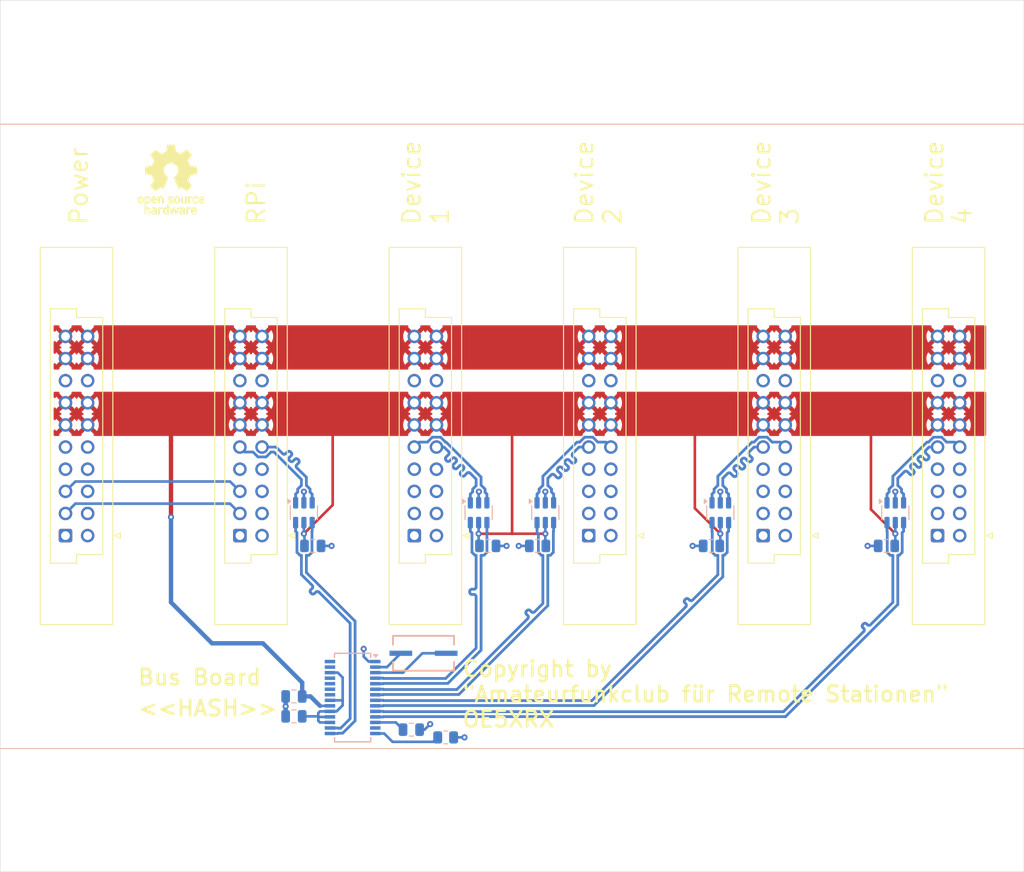
<source format=kicad_pcb>
(kicad_pcb (version 20241229) (generator "pcbnew") (generator_version "9.0")
  (layers (0 "F.Cu" signal) (4 "In1.Cu" power) (6 "In2.Cu" power) (2 "B.Cu" signal) (13 "F.Paste" user) (15 "B.Paste" user) (5 "F.SilkS" user "F.Silkscreen") (7 "B.SilkS" user "B.Silkscreen") (1 "F.Mask" user) (3 "B.Mask" user) (25 "Edge.Cuts" user))
  (net 0 "")
  (net 1 "GND")
  (net 2 "/VD33")
  (net 3 "/VD18")
  (net 4 "+5V")
  (net 6 "/I2C_SCL")
  (net 9 "+12V")
  (net 11 "/I2C_SDA")
  (net 18 "/USB1+")
  (net 23 "/USB1-")
  (net 28 "/USB2-")
  (net 32 "/USB2+")
  (net 36 "/USB3-")
  (net 38 "/USB3+")
  (net 42 "/USB4+")
  (net 46 "/USB4-")
  (net 50 "Net-(U102-REXT)")
  (net 55 "Net-(U102-XOUT)")
  (net 58 "Net-(U102-XIN)")
  (net 60 "/MASTER_USB-")
  (net 61 "/MASTER_USB+")
  (net 62 "/RPI Connector/NS_USB-")
  (net 63 "/RPI Connector/NS_USB+")
  (net 64 "/Device Connector 1/NS_USB+")
  (net 65 "/Device Connector 1/NS_USB-")
  (net 66 "/Device Connector 2/NS_USB-")
  (net 67 "/Device Connector 2/NS_USB+")
  (net 68 "/Device Connector 3/NS_USB-")
  (net 69 "/Device Connector 3/NS_USB+")
  (net 70 "/Device Connector 4/NS_USB+")
  (net 71 "/Device Connector 4/NS_USB-")
  (footprint "MountingHole:MountingHole_3.2mm_M3" (layer "F.Cu") (at 95.284 30.396)
    (property "Reference" "H102" (hide yes))
    (property "Value" "MountingHole" (hide yes))
  )
  (footprint "MountingHole:MountingHole_3.2mm_M3" (layer "F.Cu") (at 135.284 120.396)
    (property "Reference" "H112" (hide yes))
    (property "Value" "MountingHole" (hide yes))
  )
  (footprint "PRJ:PCN10-20P-2.54DSA" (layer "F.Cu") (at 115.284 86.826 180)
    (property "Reference" "J401" (hide yes))
    (property "Value" "Conn_02x10_Row_Letter_First" (hide yes))
  )
  (footprint "MountingHole:MountingHole_3.2mm_M3" (layer "F.Cu") (at 75.284 120.396)
    (property "Reference" "H109" (hide yes))
    (property "Value" "MountingHole" (hide yes))
  )
  (footprint "PRJ:PCN10-20P-2.54DSA" (layer "F.Cu") (at 175.284 86.826 180)
    (property "Reference" "J701" (hide yes))
    (property "Value" "Conn_02x10_Row_Letter_First" (hide yes))
  )
  (footprint "Symbol:OSHW-Logo_7.5x8mm_SilkScreen" (layer "F.Cu") (at 84.842 45.97)
    (property "Reference" "#SYM101" (hide yes))
    (property "Value" "OSHW-Logo_7.5x8mm_SilkScreen" (hide yes))
  )
  (footprint "PRJ:PCN10-20P-2.54DSA" (layer "F.Cu") (at 95.284 86.826 180)
    (property "Reference" "J201" (hide yes))
    (property "Value" "Conn_02x10_Row_Letter_First" (hide yes))
  )
  (footprint "MountingHole:MountingHole_3.2mm_M3" (layer "F.Cu") (at 115.284 120.396)
    (property "Reference" "H111" (hide yes))
    (property "Value" "MountingHole" (hide yes))
  )
  (footprint "PRJ:PCN10-20P-2.54DSA" (layer "F.Cu") (at 75.284 86.826 180)
    (property "Reference" "J301" (hide yes))
    (property "Value" "Conn_02x10_Row_Letter_First" (hide yes))
  )
  (footprint "MountingHole:MountingHole_3.2mm_M3" (layer "F.Cu") (at 175.284 120.396)
    (property "Reference" "H108" (hide yes))
    (property "Value" "MountingHole" (hide yes))
  )
  (footprint "PRJ:PCN10-20P-2.54DSA" (layer "F.Cu") (at 155.284 86.826 180)
    (property "Reference" "J601" (hide yes))
    (property "Value" "Conn_02x10_Row_Letter_First" (hide yes))
  )
  (footprint "MountingHole:MountingHole_3.2mm_M3" (layer "F.Cu") (at 75.284 30.396)
    (property "Reference" "H101" (hide yes))
    (property "Value" "MountingHole" (hide yes))
  )
  (footprint "PRJ:PCN10-20P-2.54DSA" (layer "F.Cu") (at 135.284 86.826 180)
    (property "Reference" "J501" (hide yes))
    (property "Value" "Conn_02x10_Row_Letter_First" (hide yes))
  )
  (footprint "MountingHole:MountingHole_3.2mm_M3" (layer "F.Cu") (at 115.284 30.396)
    (property "Reference" "H103" (hide yes))
    (property "Value" "MountingHole" (hide yes))
  )
  (footprint "MountingHole:MountingHole_3.2mm_M3" (layer "F.Cu") (at 95.284 120.396)
    (property "Reference" "H110" (hide yes))
    (property "Value" "MountingHole" (hide yes))
  )
  (footprint "MountingHole:MountingHole_3.2mm_M3" (layer "F.Cu") (at 155.284 120.396)
    (property "Reference" "H107" (hide yes))
    (property "Value" "MountingHole" (hide yes))
  )
  (footprint "MountingHole:MountingHole_3.2mm_M3" (layer "F.Cu") (at 175.284 30.396)
    (property "Reference" "H106" (hide yes))
    (property "Value" "MountingHole" (hide yes))
  )
  (footprint "MountingHole:MountingHole_3.2mm_M3" (layer "F.Cu") (at 155.284 30.396)
    (property "Reference" "H105" (hide yes))
    (property "Value" "MountingHole" (hide yes))
  )
  (footprint "MountingHole:MountingHole_3.2mm_M3" (layer "F.Cu") (at 135.284 30.396)
    (property "Reference" "H104" (hide yes))
    (property "Value" "MountingHole" (hide yes))
  )
  (footprint "Capacitor_SMD:C_0805_2012Metric" (layer "B.Cu") (at 98.939 107.565 180)
    (property "Reference" "C101" (hide yes))
    (property "Value" "10uF" (hide yes))
  )
  (footprint "Capacitor_SMD:C_0805_2012Metric" (layer "B.Cu") (at 146.818 88.007 180)
    (property "Reference" "C107" (hide yes))
    (property "Value" "100nF" (hide yes))
  )
  (footprint "Package_TO_SOT_SMD:SOT-23-6" (layer "B.Cu") (at 127.768 84.197 -90)
    (property "Reference" "U104" (hide yes))
    (property "Value" "USBLC6-2SC6" (hide yes))
  )
  (footprint "Package_TO_SOT_SMD:SOT-23-6" (layer "B.Cu") (at 120.1185 84.197 -90)
    (property "Reference" "U103" (hide yes))
    (property "Value" "USBLC6-2SC6" (hide yes))
  )
  (footprint "PRJ:M49S-SMD" (layer "B.Cu") (at 113.798 100.326 180)
    (property "Reference" "Y101" (hide yes))
    (property "Value" "12MHz" (hide yes))
  )
  (footprint "Capacitor_SMD:C_0805_2012Metric" (layer "B.Cu") (at 101.098 88.007)
    (property "Reference" "C104" (hide yes))
    (property "Value" "100nF" (hide yes))
  )
  (footprint "Capacitor_SMD:C_0805_2012Metric" (layer "B.Cu") (at 166.884 88.007 180)
    (property "Reference" "C108" (hide yes))
    (property "Value" "100nF" (hide yes))
  )
  (footprint "Capacitor_SMD:C_0805_2012Metric" (layer "B.Cu") (at 126.879 88.007 180)
    (property "Reference" "C106" (hide yes))
    (property "Value" "100nF" (hide yes))
  )
  (footprint "Package_TO_SOT_SMD:SOT-23-6" (layer "B.Cu") (at 100.082 84.197 -90)
    (property "Reference" "U101" (hide yes))
    (property "Value" "USBLC6-2SC6" (hide yes))
  )
  (footprint "Package_TO_SOT_SMD:SOT-23-6" (layer "B.Cu") (at 147.834 84.197 -90)
    (property "Reference" "U105" (hide yes))
    (property "Value" "USBLC6-2SC6" (hide yes))
  )
  (footprint "Package_SO:SSOP-28_3.9x9.9mm_P0.635mm" (layer "B.Cu") (at 105.67 105.406 180)
    (property "Reference" "U102" (hide yes))
    (property "Value" "FE1.1s" (hide yes))
  )
  (footprint "Capacitor_SMD:C_0805_2012Metric" (layer "B.Cu") (at 98.939 105.279 180)
    (property "Reference" "C103" (hide yes))
    (property "Value" "100nF" (hide yes))
  )
  (footprint "Capacitor_SMD:C_0805_2012Metric" (layer "B.Cu") (at 121.164 88.007)
    (property "Reference" "C105" (hide yes))
    (property "Value" "100nF" (hide yes))
  )
  (footprint "Capacitor_SMD:C_0805_2012Metric" (layer "B.Cu") (at 112.401 109.089)
    (property "Reference" "C102" (hide yes))
    (property "Value" "10uF" (hide yes))
  )
  (footprint "Package_TO_SOT_SMD:SOT-23-6" (layer "B.Cu") (at 167.9 84.197 -90)
    (property "Reference" "U106" (hide yes))
    (property "Value" "USBLC6-2SC6" (hide yes))
  )
  (footprint "Resistor_SMD:R_0805_2012Metric" (layer "B.Cu") (at 116.338 109.978)
    (property "Reference" "R103" (hide yes))
    (property "Value" "2k7" (hide yes))
  )
  (gr_line (start 65.284 39.62) (end 182.632 39.62) (stroke (width 0.1)) (layer "F.SilkS"))
  (gr_line (start 65.284 111.248) (end 182.632 111.248) (stroke (width 0.1)) (layer "F.SilkS"))
  (gr_line (start 65.284 111.248) (end 182.632 111.248) (stroke (width 0.1)) (layer "B.SilkS"))
  (gr_line (start 65.284 39.62) (end 182.632 39.62) (stroke (width 0.1)) (layer "B.SilkS"))
  (gr_rect (start 65.284 25.396) (end 182.65 125.396) (stroke (width 0.05)) (fill no) (layer "Edge.Cuts"))
  (gr_text "RPi" (at 95.764 51.304 90) (layer "F.SilkS") (effects (font (size 2 2) (thickness 0.25)) (justify left bottom)))
  (gr_text "<<HASH>>" (at 80.905 107.692 0) (layer "F.SilkS") (effects (font (size 1.8 1.8) (thickness 0.3) (bold yes)) (justify left bottom)))
  (gr_text "Device\n3" (at 154.184 51.304 90) (layer "F.SilkS") (effects (font (size 2 2) (thickness 0.25)) (justify left)))
  (gr_text "Copyright by\n{dblquote}Amateurfunkclub für Remote Stationen{dblquote}\nOE5XRX" (at 118.116 108.962 0) (layer "F.SilkS") (effects (font (size 1.8 1.8) (thickness 0.3) (bold yes)) (justify left bottom)))
  (gr_text "Power" (at 75.444 51.304 90) (layer "F.SilkS") (effects (font (size 2 2) (thickness 0.25)) (justify left bottom)))
  (gr_text "Device\n2" (at 133.864 51.304 90) (layer "F.SilkS") (effects (font (size 2 2) (thickness 0.25)) (justify left)))
  (gr_text "Device\n1" (at 114.052 51.304 90) (layer "F.SilkS") (effects (font (size 2 2) (thickness 0.25)) (justify left)))
  (gr_text "Device\n4" (at 173.996 51.304 90) (layer "F.SilkS") (effects (font (size 2 2) (thickness 0.25)) (justify left)))
  (gr_text "Bus Board" (at 80.905 104.136 0) (layer "F.SilkS") (effects (font (size 1.8 1.8) (thickness 0.3) (bold yes)) (justify left bottom)))
  (via (at 103.257 88.007) (size 0.7) (drill 0.3) (layers "F.Cu" "B.Cu") (net 1))
  (via (at 120.148 81.784) (size 0.7) (drill 0.3) (layers "F.Cu" "B.Cu") (net 1))
  (via (at 100.082 81.784) (size 0.7) (drill 0.3) (layers "F.Cu" "B.Cu") (net 1))
  (via (at 164.725 88.007) (size 0.7) (drill 0.3) (layers "F.Cu" "B.Cu") (net 1))
  (via (at 147.834 81.784) (size 0.7) (drill 0.3) (layers "F.Cu" "B.Cu") (net 1))
  (via (at 127.768 81.784) (size 0.7) (drill 0.3) (layers "F.Cu" "B.Cu") (net 1))
  (via (at 124.72 88.007) (size 0.7) (drill 0.3) (layers "F.Cu" "B.Cu") (net 1))
  (via (at 144.659 88.007) (size 0.7) (drill 0.3) (layers "F.Cu" "B.Cu") (net 1))
  (via (at 106.94 99.818) (size 0.7) (drill 0.3) (layers "F.Cu" "B.Cu") (net 1))
  (via (at 123.323 88.007) (size 0.7) (drill 0.3) (layers "F.Cu" "B.Cu") (net 1))
  (via (at 167.9 81.784) (size 0.7) (drill 0.3) (layers "F.Cu" "B.Cu") (net 1))
  (via (at 114.56 108.454) (size 0.7) (drill 0.3) (layers "F.Cu" "B.Cu") (net 1))
  (via (at 97.989 106.422) (size 0.7) (drill 0.3) (layers "F.Cu" "B.Cu") (net 1))
  (via (at 118.497 109.978) (size 0.7) (drill 0.3) (layers "F.Cu" "B.Cu") (net 1))
  (segment (start 127.768 83.0595) (end 127.768 81.784) (width 0.3) (layer "B.Cu") (net 1))
  (segment (start 113.925 109.089) (end 114.56 108.454) (width 0.3) (layer "B.Cu") (net 1))
  (segment (start 167.9 83.0595) (end 167.9 81.784) (width 0.3) (layer "B.Cu") (net 1))
  (segment (start 165.934 88.007) (end 164.725 88.007) (width 0.3) (layer "B.Cu") (net 1))
  (segment (start 100.082 83.0595) (end 100.082 81.784) (width 0.3) (layer "B.Cu") (net 1))
  (segment (start 113.351 109.089) (end 113.925 109.089) (width 0.3) (layer "B.Cu") (net 1))
  (segment (start 102.048 88.007) (end 103.257 88.007) (width 0.3) (layer "B.Cu") (net 1))
  (segment (start 147.834 83.0595) (end 147.834 81.784) (width 0.3) (layer "B.Cu") (net 1))
  (segment (start 122.114 88.007) (end 123.323 88.007) (width 0.3) (layer "B.Cu") (net 1))
  (segment (start 120.1185 83.0595) (end 120.1185 81.8135) (width 0.3) (layer "B.Cu") (net 1))
  (segment (start 106.94 100.707) (end 106.94 99.818) (width 0.3) (layer "B.Cu") (net 1))
  (segment (start 107.194 100.961) (end 106.94 100.707) (width 0.3) (layer "B.Cu") (net 1))
  (segment (start 120.1185 81.8135) (end 120.148 81.784) (width 0.3) (layer "B.Cu") (net 1))
  (segment (start 145.868 88.007) (end 144.659 88.007) (width 0.3) (layer "B.Cu") (net 1))
  (segment (start 125.929 88.007) (end 124.72 88.007) (width 0.3) (layer "B.Cu") (net 1))
  (segment (start 107.5115 101.2785) (end 107.194 100.961) (width 0.3) (layer "B.Cu") (net 1))
  (segment (start 117.2505 109.978) (end 118.497 109.978) (width 0.3) (layer "B.Cu") (net 1))
  (segment (start 108.27 101.2785) (end 107.5115 101.2785) (width 0.3) (layer "B.Cu") (net 1))
  (segment (start 97.989 107.565) (end 97.989 105.279) (width 0.5) (layer "B.Cu") (net 1))
  (segment (start 101.7965 107.6285) (end 101.733 107.565) (width 0.3) (layer "B.Cu") (net 2))
  (segment (start 103.07 106.9935) (end 101.9235 106.9935) (width 0.3) (layer "B.Cu") (net 2))
  (segment (start 101.733 107.565) (end 99.889 107.565) (width 0.3) (layer "B.Cu") (net 2))
  (segment (start 104.4635 105.7235) (end 104.527 105.787) (width 0.3) (layer "B.Cu") (net 2))
  (segment (start 101.9235 106.9935) (end 101.733 107.184) (width 0.3) (layer "B.Cu") (net 2))
  (segment (start 104.527 105.787) (end 104.527 106.295) (width 0.3) (layer "B.Cu") (net 2))
  (segment (start 101.9235 108.2635) (end 101.733 108.073) (width 0.3) (layer "B.Cu") (net 2))
  (segment (start 104.527 106.295) (end 103.8285 106.9935) (width 0.3) (layer "B.Cu") (net 2))
  (segment (start 103.8285 106.9935) (end 103.07 106.9935) (width 0.3) (layer "B.Cu") (net 2))
  (segment (start 103.07 105.7235) (end 104.4635 105.7235) (width 0.3) (layer "B.Cu") (net 2))
  (segment (start 103.97 102.5485) (end 104.527 103.1055) (width 0.3) (layer "B.Cu") (net 2))
  (segment (start 103.07 108.2635) (end 101.9235 108.2635) (width 0.3) (layer "B.Cu") (net 2))
  (segment (start 101.733 108.073) (end 101.733 107.565) (width 0.3) (layer "B.Cu") (net 2))
  (segment (start 103.07 107.6285) (end 101.7965 107.6285) (width 0.3) (layer "B.Cu") (net 2))
  (segment (start 104.527 103.1055) (end 104.527 105.787) (width 0.3) (layer "B.Cu") (net 2))
  (segment (start 103.07 102.5485) (end 103.97 102.5485) (width 0.3) (layer "B.Cu") (net 2))
  (segment (start 101.733 107.184) (end 101.733 107.565) (width 0.3) (layer "B.Cu") (net 2))
  (segment (start 110.6255 108.2635) (end 111.451 109.089) (width 0.3) (layer "B.Cu") (net 3))
  (segment (start 108.27 108.2635) (end 110.6255 108.2635) (width 0.3) (layer "B.Cu") (net 3))
  (segment (start 103.384 83.308) (end 103.384 74.672) (width 0.3) (layer "F.Cu") (net 4))
  (segment (start 147.834 86.61) (end 144.913 83.689) (width 0.3) (layer "F.Cu") (net 4))
  (segment (start 127.768 86.61) (end 123.958 86.61) (width 0.3) (layer "F.Cu") (net 4))
  (segment (start 165.106 83.816) (end 165.106 74.926) (width 0.3) (layer "F.Cu") (net 4))
  (segment (start 123.958 86.61) (end 120.1185 86.61) (width 0.3) (layer "F.Cu") (net 4))
  (segment (start 144.913 83.689) (end 144.913 74.799) (width 0.3) (layer "F.Cu") (net 4))
  (segment (start 167.9 86.61) (end 165.106 83.816) (width 0.3) (layer "F.Cu") (net 4))
  (segment (start 100.082 86.61) (end 103.384 83.308) (width 0.3) (layer "F.Cu") (net 4))
  (segment (start 84.842 84.705) (end 84.842 75.942) (width 0.5) (layer "F.Cu") (net 4))
  (segment (start 84.842 75.942) (end 84.842 74.164) (width 0.5) (layer "F.Cu") (net 4))
  (segment (start 123.958 86.61) (end 123.958 74.926) (width 0.3) (layer "F.Cu") (net 4))
  (via (at 84.842 84.705) (size 0.7) (drill 0.3) (layers "F.Cu" "B.Cu") (net 4))
  (via (at 127.768 86.61) (size 0.7) (drill 0.3) (layers "F.Cu" "B.Cu") (net 4))
  (via (at 167.9 86.61) (size 0.7) (drill 0.3) (layers "F.Cu" "B.Cu") (net 4))
  (via (at 100.082 86.61) (size 0.7) (drill 0.3) (layers "F.Cu" "B.Cu") (net 4))
  (via (at 147.834 86.61) (size 0.7) (drill 0.3) (layers "F.Cu" "B.Cu") (net 4))
  (via (at 120.1185 86.61) (size 0.7) (drill 0.3) (layers "F.Cu" "B.Cu") (net 4))
  (segment (start 95.383 99.183) (end 99.889 103.689) (width 0.5) (layer "B.Cu") (net 4))
  (segment (start 120.1185 85.3345) (end 120.1185 86.61) (width 0.3) (layer "B.Cu") (net 4))
  (segment (start 127.768 86.61) (end 127.768 87.946) (width 0.3) (layer "B.Cu") (net 4))
  (segment (start 147.834 85.3345) (end 147.834 86.61) (width 0.3) (layer "B.Cu") (net 4))
  (segment (start 147.834 86.61) (end 147.834 87.941) (width 0.3) (layer "B.Cu") (net 4))
  (segment (start 147.834 87.941) (end 147.768 88.007) (width 0.3) (layer "B.Cu") (net 4))
  (segment (start 103.07 106.3585) (end 101.9235 106.3585) (width 0.3) (layer "B.Cu") (net 4))
  (segment (start 100.082 88.068) (end 100.148 88.134) (width 0.3) (layer "B.Cu") (net 4))
  (segment (start 100.148 86.676) (end 100.082 86.61) (width 0.3) (layer "B.Cu") (net 4))
  (segment (start 84.842 84.705) (end 84.842 94.484) (width 0.5) (layer "B.Cu") (net 4))
  (segment (start 99.889 103.689) (end 99.889 105.279) (width 0.5) (layer "B.Cu") (net 4))
  (segment (start 127.768 85.3345) (end 127.768 86.61) (width 0.3) (layer "B.Cu") (net 4))
  (segment (start 120.1185 86.61) (end 120.1185 87.9115) (width 0.3) (layer "B.Cu") (net 4))
  (segment (start 120.1185 87.9115) (end 120.214 88.007) (width 0.3) (layer "B.Cu") (net 4))
  (segment (start 101.9235 106.3585) (end 100.844 105.279) (width 0.5) (layer "B.Cu") (net 4))
  (segment (start 167.9 87.941) (end 167.834 88.007) (width 0.3) (layer "B.Cu") (net 4))
  (segment (start 84.842 94.484) (end 89.541 99.183) (width 0.5) (layer "B.Cu") (net 4))
  (segment (start 100.844 105.279) (end 99.889 105.279) (width 0.5) (layer "B.Cu") (net 4))
  (segment (start 127.768 87.946) (end 127.829 88.007) (width 0.3) (layer "B.Cu") (net 4))
  (segment (start 167.9 86.61) (end 167.9 87.941) (width 0.3) (layer "B.Cu") (net 4))
  (segment (start 167.9 85.3345) (end 167.9 86.61) (width 0.3) (layer "B.Cu") (net 4))
  (segment (start 89.541 99.183) (end 95.383 99.183) (width 0.5) (layer "B.Cu") (net 4))
  (segment (start 100.082 85.3345) (end 100.082 86.61) (width 0.3) (layer "B.Cu") (net 4))
  (segment (start 100.148 88.007) (end 100.148 86.676) (width 0.3) (layer "B.Cu") (net 4))
  (segment (start 73.87 83.16) (end 91.618 83.16) (width 0.3) (layer "B.Cu") (net 6))
  (segment (start 72.744 84.286) (end 73.87 83.16) (width 0.3) (layer "B.Cu") (net 6))
  (segment (start 91.618 83.16) (end 92.744 84.286) (width 0.3) (layer "B.Cu") (net 6))
  (segment (start 72.744 81.746) (end 73.87 80.62) (width 0.3) (layer "B.Cu") (net 11))
  (segment (start 73.87 80.62) (end 91.618 80.62) (width 0.3) (layer "B.Cu") (net 11))
  (segment (start 91.618 80.62) (end 92.744 81.746) (width 0.3) (layer "B.Cu") (net 11))
  (segment (start 109.170001 103.8185) (end 108.27 103.8185) (width 0.315468) (layer "B.Cu") (net 18))
  (segment (start 109.202767 103.785734) (end 109.170001 103.8185) (width 0.315468) (layer "B.Cu") (net 18))
  (segment (start 120.723072 89.090734) (end 120.403234 89.090734) (width 0.315468) (layer "B.Cu") (net 18))
  (segment (start 121.072734 86.332485) (end 121.072734 88.741072) (width 0.315468) (layer "B.Cu") (net 18))
  (segment (start 116.582942 103.785734) (end 109.202767 103.785734) (width 0.315468) (layer "B.Cu") (net 18))
  (segment (start 121.0685 85.3345) (end 121.0685 86.328251) (width 0.315468) (layer "B.Cu") (net 18))
  (segment (start 120.403234 99.965442) (end 116.582942 103.785734) (width 0.315468) (layer "B.Cu") (net 18))
  (segment (start 121.0685 86.328251) (end 121.072734 86.332485) (width 0.315468) (layer "B.Cu") (net 18))
  (segment (start 120.403234 89.090734) (end 120.403234 99.965442) (width 0.315468) (layer "B.Cu") (net 18))
  (segment (start 121.072734 88.741072) (end 120.723072 89.090734) (width 0.315468) (layer "B.Cu") (net 18))
  (segment (start 119.1685 85.3345) (end 119.1685 86.328251) (width 0.315468) (layer "B.Cu") (net 23))
  (segment (start 119.1685 86.328251) (end 119.355266 86.515017) (width 0.315468) (layer "B.Cu") (net 23))
  (segment (start 119.355266 86.515017) (end 119.355266 88.741072) (width 0.315468) (layer "B.Cu") (net 23))
  (segment (start 109.202767 103.216266) (end 109.170001 103.1835) (width 0.315468) (layer "B.Cu") (net 23))
  (segment (start 119.833766 93.938275) (end 119.833766 94.96813) (width 0.315468) (layer "B.Cu") (net 23))
  (segment (start 109.170001 103.1835) (end 108.27 103.1835) (width 0.315468) (layer "B.Cu") (net 23))
  (segment (start 119.355266 88.741072) (end 119.704928 89.090734) (width 0.315468) (layer "B.Cu") (net 23))
  (segment (start 116.347058 103.216266) (end 109.202767 103.216266) (width 0.315468) (layer "B.Cu") (net 23))
  (segment (start 119.338342 93.578275) (end 119.593766 93.578275) (width 0.315468) (layer "B.Cu") (net 23))
  (segment (start 119.593766 92.978275) (end 119.338342 92.978275) (width 0.315468) (layer "B.Cu") (net 23))
  (segment (start 119.833766 93.818275) (end 119.833766 93.938275) (width 0.315468) (layer "B.Cu") (net 23))
  (segment (start 119.833766 94.96813) (end 119.833766 99.729558) (width 0.315468) (layer "B.Cu") (net 23))
  (segment (start 119.833766 89.090734) (end 119.833766 92.738275) (width 0.315468) (layer "B.Cu") (net 23))
  (segment (start 119.704928 89.090734) (end 119.833766 89.090734) (width 0.315468) (layer "B.Cu") (net 23))
  (segment (start 119.098342 93.218275) (end 119.098342 93.338275) (width 0.315468) (layer "B.Cu") (net 23))
  (segment (start 119.833766 99.729558) (end 116.347058 103.216266) (width 0.315468) (layer "B.Cu") (net 23))
  (arc (start 119.593766 93.578275) (mid 119.763472 93.648569) (end 119.833766 93.818275) (width 0.315468) (layer "B.Cu") (net 23))
  (arc (start 119.833766 92.738275) (mid 119.763472 92.907981) (end 119.593766 92.978275) (width 0.315468) (layer "B.Cu") (net 23))
  (arc (start 119.338342 92.978275) (mid 119.168636 93.048569) (end 119.098342 93.218275) (width 0.315468) (layer "B.Cu") (net 23))
  (arc (start 119.098342 93.338275) (mid 119.168636 93.507981) (end 119.338342 93.578275) (width 0.315468) (layer "B.Cu") (net 23))
  (segment (start 109.202767 104.486266) (end 109.170001 104.4535) (width 0.315468) (layer "B.Cu") (net 28))
  (segment (start 125.595043 95.838607) (end 125.760173 96.003737) (width 0.315468) (layer "B.Cu") (net 28))
  (segment (start 117.617058 104.486266) (end 109.202767 104.486266) (width 0.315468) (layer "B.Cu") (net 28))
  (segment (start 126.818 86.542662) (end 126.970266 86.694928) (width 0.315468) (layer "B.Cu") (net 28))
  (segment (start 125.679896 95.414343) (end 125.595043 95.499195) (width 0.315468) (layer "B.Cu") (net 28))
  (segment (start 127.483266 94.620058) (end 126.52385 95.579474) (width 0.315468) (layer "B.Cu") (net 28))
  (segment (start 126.184438 95.579474) (end 126.019307 95.414343) (width 0.315468) (layer "B.Cu") (net 28))
  (segment (start 126.970266 88.741072) (end 127.319928 89.090734) (width 0.315468) (layer "B.Cu") (net 28))
  (segment (start 109.170001 104.4535) (end 108.27 104.4535) (width 0.315468) (layer "B.Cu") (net 28))
  (segment (start 125.675321 96.428002) (end 124.333814 97.76951) (width 0.315468) (layer "B.Cu") (net 28))
  (segment (start 127.319928 89.090734) (end 127.483266 89.090734) (width 0.315468) (layer "B.Cu") (net 28))
  (segment (start 125.760173 96.343148) (end 125.675321 96.428002) (width 0.315468) (layer "B.Cu") (net 28))
  (segment (start 126.970266 86.694928) (end 126.970266 88.741072) (width 0.315468) (layer "B.Cu") (net 28))
  (segment (start 124.333814 97.76951) (end 117.617058 104.486266) (width 0.315468) (layer "B.Cu") (net 28))
  (segment (start 127.483266 89.090734) (end 127.483266 94.620058) (width 0.315468) (layer "B.Cu") (net 28))
  (segment (start 126.818 85.3345) (end 126.818 86.542662) (width 0.315468) (layer "B.Cu") (net 28))
  (arc (start 126.019307 95.414343) (mid 125.849602 95.344048) (end 125.679896 95.414343) (width 0.315468) (layer "B.Cu") (net 28))
  (arc (start 125.595043 95.499195) (mid 125.524748 95.668901) (end 125.595043 95.838607) (width 0.315468) (layer "B.Cu") (net 28))
  (arc (start 126.52385 95.579474) (mid 126.354144 95.649769) (end 126.184438 95.579474) (width 0.315468) (layer "B.Cu") (net 28))
  (arc (start 125.760173 96.003737) (mid 125.830467 96.173443) (end 125.760173 96.343148) (width 0.315468) (layer "B.Cu") (net 28))
  (segment (start 117.852942 105.055734) (end 109.202767 105.055734) (width 0.315468) (layer "B.Cu") (net 32))
  (segment (start 128.718 85.3345) (end 128.718 86.328251) (width 0.315468) (layer "B.Cu") (net 32))
  (segment (start 128.052734 89.090734) (end 128.052734 94.855942) (width 0.315468) (layer "B.Cu") (net 32))
  (segment (start 128.052734 94.855942) (end 117.852942 105.055734) (width 0.315468) (layer "B.Cu") (net 32))
  (segment (start 128.687734 88.741072) (end 128.338072 89.090734) (width 0.315468) (layer "B.Cu") (net 32))
  (segment (start 128.338072 89.090734) (end 128.052734 89.090734) (width 0.315468) (layer "B.Cu") (net 32))
  (segment (start 128.687734 86.358517) (end 128.687734 88.741072) (width 0.315468) (layer "B.Cu") (net 32))
  (segment (start 128.718 86.328251) (end 128.687734 86.358517) (width 0.315468) (layer "B.Cu") (net 32))
  (segment (start 109.170001 105.0885) (end 108.27 105.0885) (width 0.315468) (layer "B.Cu") (net 32))
  (segment (start 109.202767 105.055734) (end 109.170001 105.0885) (width 0.315468) (layer "B.Cu") (net 32))
  (segment (start 143.766657 94.536239) (end 143.879164 94.648746) (width 0.315468) (layer "B.Cu") (net 36))
  (segment (start 147.258928 89.090734) (end 147.549266 89.090734) (width 0.315468) (layer "B.Cu") (net 36))
  (segment (start 146.884 86.328251) (end 146.909266 86.353517) (width 0.315468) (layer "B.Cu") (net 36))
  (segment (start 144.303429 94.224483) (end 144.190921 94.111975) (width 0.315468) (layer "B.Cu") (net 36))
  (segment (start 133.111058 105.756266) (end 109.202767 105.756266) (width 0.315468) (layer "B.Cu") (net 36))
  (segment (start 146.884 85.3345) (end 146.884 86.328251) (width 0.315468) (layer "B.Cu") (net 36))
  (segment (start 143.879164 94.988157) (end 143.794312 95.073011) (width 0.315468) (layer "B.Cu") (net 36))
  (segment (start 147.549266 91.318058) (end 144.642841 94.224483) (width 0.315468) (layer "B.Cu") (net 36))
  (segment (start 146.909266 88.741072) (end 147.258928 89.090734) (width 0.315468) (layer "B.Cu") (net 36))
  (segment (start 142.248375 96.618949) (end 133.111058 105.756266) (width 0.315468) (layer "B.Cu") (net 36))
  (segment (start 109.170001 105.7235) (end 108.27 105.7235) (width 0.315468) (layer "B.Cu") (net 36))
  (segment (start 146.909266 86.353517) (end 146.909266 88.741072) (width 0.315468) (layer "B.Cu") (net 36))
  (segment (start 143.85151 94.111975) (end 143.766657 94.196827) (width 0.315468) (layer "B.Cu") (net 36))
  (segment (start 143.794312 95.073011) (end 142.248375 96.618949) (width 0.315468) (layer "B.Cu") (net 36))
  (segment (start 147.549266 89.090734) (end 147.549266 91.318058) (width 0.315468) (layer "B.Cu") (net 36))
  (segment (start 109.202767 105.756266) (end 109.170001 105.7235) (width 0.315468) (layer "B.Cu") (net 36))
  (arc (start 144.190921 94.111975) (mid 144.021216 94.04168) (end 143.85151 94.111975) (width 0.315468) (layer "B.Cu") (net 36))
  (arc (start 144.642841 94.224483) (mid 144.473135 94.294778) (end 144.303429 94.224483) (width 0.315468) (layer "B.Cu") (net 36))
  (arc (start 143.766657 94.196827) (mid 143.696362 94.366533) (end 143.766657 94.536239) (width 0.315468) (layer "B.Cu") (net 36))
  (arc (start 143.879164 94.648746) (mid 143.949458 94.818452) (end 143.879164 94.988157) (width 0.315468) (layer "B.Cu") (net 36))
  (segment (start 148.277072 89.090734) (end 148.118734 89.090734) (width 0.315468) (layer "B.Cu") (net 38))
  (segment (start 109.202767 106.325734) (end 109.170001 106.3585) (width 0.315468) (layer "B.Cu") (net 38))
  (segment (start 109.170001 106.3585) (end 108.27 106.3585) (width 0.315468) (layer "B.Cu") (net 38))
  (segment (start 148.784 86.328251) (end 148.626734 86.485517) (width 0.315468) (layer "B.Cu") (net 38))
  (segment (start 148.626734 86.485517) (end 148.626734 88.741072) (width 0.315468) (layer "B.Cu") (net 38))
  (segment (start 148.118734 89.090734) (end 148.118734 91.553942) (width 0.315468) (layer "B.Cu") (net 38))
  (segment (start 133.346942 106.325734) (end 109.202767 106.325734) (width 0.315468) (layer "B.Cu") (net 38))
  (segment (start 148.118734 91.553942) (end 133.346942 106.325734) (width 0.315468) (layer "B.Cu") (net 38))
  (segment (start 148.626734 88.741072) (end 148.277072 89.090734) (width 0.315468) (layer "B.Cu") (net 38))
  (segment (start 148.784 85.3345) (end 148.784 86.328251) (width 0.315468) (layer "B.Cu") (net 38))
  (segment (start 168.184734 94.728942) (end 155.317942 107.595734) (width 0.315468) (layer "B.Cu") (net 42))
  (segment (start 168.184734 89.090734) (end 168.184734 94.728942) (width 0.315468) (layer "B.Cu") (net 42))
  (segment (start 168.343072 89.090734) (end 168.184734 89.090734) (width 0.315468) (layer "B.Cu") (net 42))
  (segment (start 168.85 85.3345) (end 168.85 86.328251) (width 0.315468) (layer "B.Cu") (net 42))
  (segment (start 168.692734 86.485517) (end 168.692734 88.741072) (width 0.315468) (layer "B.Cu") (net 42))
  (segment (start 168.85 86.328251) (end 168.692734 86.485517) (width 0.315468) (layer "B.Cu") (net 42))
  (segment (start 155.317942 107.595734) (end 109.202767 107.595734) (width 0.315468) (layer "B.Cu") (net 42))
  (segment (start 168.692734 88.741072) (end 168.343072 89.090734) (width 0.315468) (layer "B.Cu") (net 42))
  (segment (start 109.170001 107.6285) (end 108.27 107.6285) (width 0.315468) (layer "B.Cu") (net 42))
  (segment (start 109.202767 107.595734) (end 109.170001 107.6285) (width 0.315468) (layer "B.Cu") (net 42))
  (segment (start 155.082058 107.026266) (end 109.202767 107.026266) (width 0.315468) (layer "B.Cu") (net 46))
  (segment (start 166.975266 86.353517) (end 166.975266 88.741072) (width 0.315468) (layer "B.Cu") (net 46))
  (segment (start 162.783116 99.325208) (end 155.082058 107.026266) (width 0.315468) (layer "B.Cu") (net 46))
  (segment (start 164.200964 97.907359) (end 162.783116 99.325208) (width 0.315468) (layer "B.Cu") (net 46))
  (segment (start 167.615266 94.493058) (end 165.049493 97.058831) (width 0.315468) (layer "B.Cu") (net 46))
  (segment (start 166.95 85.3345) (end 166.95 86.328251) (width 0.315468) (layer "B.Cu") (net 46))
  (segment (start 164.285816 97.822505) (end 164.200964 97.907359) (width 0.315468) (layer "B.Cu") (net 46))
  (segment (start 167.615266 89.090734) (end 167.615266 94.493058) (width 0.315468) (layer "B.Cu") (net 46))
  (segment (start 109.202767 107.026266) (end 109.170001 106.9935) (width 0.315468) (layer "B.Cu") (net 46))
  (segment (start 109.170001 106.9935) (end 108.27 106.9935) (width 0.315468) (layer "B.Cu") (net 46))
  (segment (start 167.324928 89.090734) (end 167.615266 89.090734) (width 0.315468) (layer "B.Cu") (net 46))
  (segment (start 164.710081 97.058831) (end 164.597573 96.946323) (width 0.315468) (layer "B.Cu") (net 46))
  (segment (start 164.258162 96.946323) (end 164.173309 97.031175) (width 0.315468) (layer "B.Cu") (net 46))
  (segment (start 166.95 86.328251) (end 166.975266 86.353517) (width 0.315468) (layer "B.Cu") (net 46))
  (segment (start 166.975266 88.741072) (end 167.324928 89.090734) (width 0.315468) (layer "B.Cu") (net 46))
  (segment (start 164.173309 97.370587) (end 164.285816 97.483094) (width 0.315468) (layer "B.Cu") (net 46))
  (arc (start 165.049493 97.058831) (mid 164.879787 97.129126) (end 164.710081 97.058831) (width 0.315468) (layer "B.Cu") (net 46))
  (arc (start 164.597573 96.946323) (mid 164.427868 96.876028) (end 164.258162 96.946323) (width 0.315468) (layer "B.Cu") (net 46))
  (arc (start 164.173309 97.031175) (mid 164.103014 97.200881) (end 164.173309 97.370587) (width 0.315468) (layer "B.Cu") (net 46))
  (arc (start 164.285816 97.483094) (mid 164.35611 97.6528) (end 164.285816 97.822505) (width 0.315468) (layer "B.Cu") (net 46))
  (segment (start 108.27 109.5335) (end 109.2895 109.5335) (width 0.3) (layer "B.Cu") (net 50))
  (segment (start 109.2895 109.5335) (end 110.242 110.486) (width 0.3) (layer "B.Cu") (net 50))
  (segment (start 110.242 110.486) (end 114.9175 110.486) (width 0.3) (layer "B.Cu") (net 50))
  (segment (start 114.9175 110.486) (end 115.4255 109.978) (width 0.3) (layer "B.Cu") (net 50))
  (segment (start 109.6105 101.9135) (end 111.198 100.326) (width 0.3) (layer "B.Cu") (net 55))
  (segment (start 108.27 101.9135) (end 109.6105 101.9135) (width 0.3) (layer "B.Cu") (net 55))
  (segment (start 113.671 100.326) (end 111.4485 102.5485) (width 0.3) (layer "B.Cu") (net 58))
  (segment (start 116.398 100.326) (end 113.671 100.326) (width 0.3) (layer "B.Cu") (net 58))
  (segment (start 111.4485 102.5485) (end 108.27 102.5485) (width 0.3) (layer "B.Cu") (net 58))
  (segment (start 105.954734 96.652058) (end 100.366734 91.064058) (width 0.315468) (layer "B.Cu") (net 60))
  (segment (start 103.970001 109.5335) (end 104.002767 109.500734) (width 0.315468) (layer "B.Cu") (net 60))
  (segment (start 105.954734 108.063942) (end 105.954734 96.652058) (width 0.315468) (layer "B.Cu") (net 60))
  (segment (start 104.002767 109.500734) (end 104.517942 109.500734) (width 0.315468) (layer "B.Cu") (net 60))
  (segment (start 101.006734 86.353517) (end 101.032 86.328251) (width 0.315468) (layer "B.Cu") (net 60))
  (segment (start 101.032 86.328251) (end 101.032 85.3345) (width 0.315468) (layer "B.Cu") (net 60))
  (segment (start 103.07 109.5335) (end 103.970001 109.5335) (width 0.315468) (layer "B.Cu") (net 60))
  (segment (start 104.517942 109.500734) (end 105.954734 108.063942) (width 0.315468) (layer "B.Cu") (net 60))
  (segment (start 100.366734 89.090734) (end 100.657072 89.090734) (width 0.315468) (layer "B.Cu") (net 60))
  (segment (start 100.366734 91.064058) (end 100.366734 89.090734) (width 0.315468) (layer "B.Cu") (net 60))
  (segment (start 100.657072 89.090734) (end 101.006734 88.741072) (width 0.315468) (layer "B.Cu") (net 60))
  (segment (start 101.006734 88.741072) (end 101.006734 86.353517) (width 0.315468) (layer "B.Cu") (net 60))
  (segment (start 99.797266 91.299942) (end 101.03525 92.537926) (width 0.315468) (layer "B.Cu") (net 61))
  (segment (start 103.30407 94.806746) (end 105.385266 96.887942) (width 0.315468) (layer "B.Cu") (net 61))
  (segment (start 105.385266 107.828058) (end 104.282058 108.931266) (width 0.315468) (layer "B.Cu") (net 61))
  (segment (start 105.385266 96.887942) (end 105.385266 107.828058) (width 0.315468) (layer "B.Cu") (net 61))
  (segment (start 99.289266 88.741072) (end 99.638928 89.090734) (width 0.315468) (layer "B.Cu") (net 61))
  (segment (start 99.797266 89.090734) (end 99.797266 91.299942) (width 0.315468) (layer "B.Cu") (net 61))
  (segment (start 99.638928 89.090734) (end 99.797266 89.090734) (width 0.315468) (layer "B.Cu") (net 61))
  (segment (start 101.798924 93.301599) (end 101.883778 93.386454) (width 0.315468) (layer "B.Cu") (net 61))
  (segment (start 100.868042 93.383955) (end 100.952894 93.468807) (width 0.315468) (layer "B.Cu") (net 61))
  (segment (start 99.289266 86.485517) (end 99.289266 88.741072) (width 0.315468) (layer "B.Cu") (net 61))
  (segment (start 101.883778 93.386454) (end 103.30407 94.806746) (width 0.315468) (layer "B.Cu") (net 61))
  (segment (start 101.292306 93.468807) (end 101.459513 93.301599) (width 0.315468) (layer "B.Cu") (net 61))
  (segment (start 99.132 86.328251) (end 99.289266 86.485517) (width 0.315468) (layer "B.Cu") (net 61))
  (segment (start 103.970001 108.8985) (end 103.07 108.8985) (width 0.315468) (layer "B.Cu") (net 61))
  (segment (start 99.132 85.3345) (end 99.132 86.328251) (width 0.315468) (layer "B.Cu") (net 61))
  (segment (start 101.03525 92.877337) (end 100.868042 93.044544) (width 0.315468) (layer "B.Cu") (net 61))
  (segment (start 104.282058 108.931266) (end 104.002767 108.931266) (width 0.315468) (layer "B.Cu") (net 61))
  (segment (start 104.002767 108.931266) (end 103.970001 108.8985) (width 0.315468) (layer "B.Cu") (net 61))
  (arc (start 101.459513 93.301599) (mid 101.629218 93.231305) (end 101.798924 93.301599) (width 0.315468) (layer "B.Cu") (net 61))
  (arc (start 100.952894 93.468807) (mid 101.1226 93.539102) (end 101.292306 93.468807) (width 0.315468) (layer "B.Cu") (net 61))
  (arc (start 100.868042 93.044544) (mid 100.797748 93.214249) (end 100.868042 93.383955) (width 0.315468) (layer "B.Cu") (net 61))
  (arc (start 101.03525 92.537926) (mid 101.105544 92.707632) (end 101.03525 92.877337) (width 0.315468) (layer "B.Cu") (net 61))
  (segment (start 99.38992 78.065227) (end 99.474772 78.150079) (width 0.315468) (layer "B.Cu") (net 62))
  (segment (start 97.991384 77.427297) (end 98.201965 77.216713) (width 0.315468) (layer "B.Cu") (net 62))
  (segment (start 98.541377 77.216713) (end 98.626229 77.301565) (width 0.315468) (layer "B.Cu") (net 62))
  (segment (start 95.284 76.666) (end 96.890676 76.666) (width 0.315468) (layer "B.Cu") (net 62))
  (segment (start 100.366734 80.129568) (end 100.366734 81.066432) (width 0.315468) (layer "B.Cu") (net 62))
  (segment (start 99.264174 79.039499) (end 99.349028 79.124352) (width 0.315468) (layer "B.Cu") (net 62))
  (segment (start 98.626229 77.640977) (end 98.415647 77.85156) (width 0.315468) (layer "B.Cu") (net 62))
  (segment (start 99.474772 78.489491) (end 99.264173 78.700087) (width 0.315468) (layer "B.Cu") (net 62))
  (segment (start 96.890676 76.666) (end 97.651972 77.427296) (width 0.315468) (layer "B.Cu") (net 62))
  (segment (start 99.72133 79.496654) (end 99.782187 79.557511) (width 0.315468) (layer "B.Cu") (net 62))
  (segment (start 98.415647 78.190972) (end 98.5005 78.275824) (width 0.315468) (layer "B.Cu") (net 62))
  (segment (start 100.790734 81.824483) (end 101.032 82.065749) (width 0.315468) (layer "B.Cu") (net 62))
  (segment (start 100.790734 81.490432) (end 100.790734 81.824483) (width 0.315468) (layer "B.Cu") (net 62))
  (segment (start 99.788432 79.551266) (end 100.366734 80.129568) (width 0.315468) (layer "B.Cu") (net 62))
  (segment (start 99.349028 79.124352) (end 99.72133 79.496654) (width 0.315468) (layer "B.Cu") (net 62))
  (segment (start 101.032 82.065749) (end 101.032 83.0595) (width 0.315468) (layer "B.Cu") (net 62))
  (segment (start 99.782187 79.557511) (end 99.788432 79.551266) (width 0.315468) (layer "B.Cu") (net 62))
  (segment (start 100.366734 81.066432) (end 100.790734 81.490432) (width 0.315468) (layer "B.Cu") (net 62))
  (segment (start 98.839912 78.275825) (end 99.050508 78.065226) (width 0.315468) (layer "B.Cu") (net 62))
  (arc (start 99.050508 78.065226) (mid 99.220214 77.994933) (end 99.38992 78.065227) (width 0.315468) (layer "B.Cu") (net 62))
  (arc (start 99.264173 78.700087) (mid 99.19388 78.869793) (end 99.264174 79.039499) (width 0.315468) (layer "B.Cu") (net 62))
  (arc (start 98.5005 78.275824) (mid 98.670206 78.346118) (end 98.839912 78.275825) (width 0.315468) (layer "B.Cu") (net 62))
  (arc (start 99.474772 78.150079) (mid 99.545066 78.319784) (end 99.474772 78.489491) (width 0.315468) (layer "B.Cu") (net 62))
  (arc (start 98.201965 77.216713) (mid 98.371672 77.146419) (end 98.541377 77.216713) (width 0.315468) (layer "B.Cu") (net 62))
  (arc (start 98.626229 77.301565) (mid 98.696525 77.471272) (end 98.626229 77.640977) (width 0.315468) (layer "B.Cu") (net 62))
  (arc (start 97.651972 77.427296) (mid 97.821678 77.49759) (end 97.991384 77.427297) (width 0.315468) (layer "B.Cu") (net 62))
  (arc (start 98.415647 77.85156) (mid 98.345351 78.021265) (end 98.415647 78.190972) (width 0.315468) (layer "B.Cu") (net 62))
  (segment (start 99.797266 81.066432) (end 99.373266 81.490432) (width 0.315468) (layer "B.Cu") (net 63))
  (segment (start 93.313468 77.235468) (end 94.250126 77.235468) (width 0.315468) (layer "B.Cu") (net 63))
  (segment (start 99.132 82.065749) (end 99.132 83.0595) (width 0.315468) (layer "B.Cu") (net 63))
  (segment (start 96.654792 77.235468) (end 99.797266 80.377942) (width 0.315468) (layer "B.Cu") (net 63))
  (segment (start 99.797266 80.377942) (end 99.797266 81.066432) (width 0.315468) (layer "B.Cu") (net 63))
  (segment (start 92.744 76.666) (end 93.313468 77.235468) (width 0.315468) (layer "B.Cu") (net 63))
  (segment (start 96.317874 77.235468) (end 96.654792 77.235468) (width 0.315468) (layer "B.Cu") (net 63))
  (segment (start 99.373266 81.490432) (end 99.373266 81.824483) (width 0.315468) (layer "B.Cu") (net 63))
  (segment (start 95.753608 77.799734) (end 96.317874 77.235468) (width 0.315468) (layer "B.Cu") (net 63))
  (segment (start 99.373266 81.824483) (end 99.132 82.065749) (width 0.315468) (layer "B.Cu") (net 63))
  (segment (start 94.814392 77.799734) (end 95.753608 77.799734) (width 0.315468) (layer "B.Cu") (net 63))
  (segment (start 94.250126 77.235468) (end 94.814392 77.799734) (width 0.315468) (layer "B.Cu") (net 63))
  (segment (start 114.814392 75.532266) (end 114.250126 76.096532) (width 0.315468) (layer "B.Cu") (net 64))
  (segment (start 120.856734 81.490432) (end 120.856734 81.853983) (width 0.315468) (layer "B.Cu") (net 64))
  (segment (start 116.387208 76.096532) (end 116.317874 76.096532) (width 0.315468) (layer "B.Cu") (net 64))
  (segment (start 121.0685 82.065749) (end 121.0685 83.0595) (width 0.315468) (layer "B.Cu") (net 64))
  (segment (start 120.403234 80.112558) (end 120.403234 81.036932) (width 0.315468) (layer "B.Cu") (net 64))
  (segment (start 116.387208 76.096532) (end 120.403234 80.112558) (width 0.315468) (layer "B.Cu") (net 64))
  (segment (start 114.250126 76.096532) (end 113.313468 76.096532) (width 0.315468) (layer "B.Cu") (net 64))
  (segment (start 113.313468 76.096532) (end 112.744 76.666) (width 0.315468) (layer "B.Cu") (net 64))
  (segment (start 115.753608 75.532266) (end 114.814392 75.532266) (width 0.315468) (layer "B.Cu") (net 64))
  (segment (start 120.856734 81.853983) (end 121.0685 82.065749) (width 0.315468) (layer "B.Cu") (net 64))
  (segment (start 120.403234 81.036932) (end 120.856734 81.490432) (width 0.315468) (layer "B.Cu") (net 64))
  (segment (start 116.317874 76.096532) (end 115.753608 75.532266) (width 0.315468) (layer "B.Cu") (net 64))
  (segment (start 119.833766 80.348442) (end 119.833766 81.095932) (width 0.315468) (layer "B.Cu") (net 65))
  (segment (start 118.071666 79.864551) (end 118.156518 79.949403) (width 0.315468) (layer "B.Cu") (net 65))
  (segment (start 119.439266 81.794983) (end 119.1685 82.065749) (width 0.315468) (layer "B.Cu") (net 65))
  (segment (start 116.798852 78.252369) (end 117.098567 77.952653) (width 0.315468) (layer "B.Cu") (net 65))
  (segment (start 117.223116 79.016045) (end 117.307968 79.100897) (width 0.315468) (layer "B.Cu") (net 65))
  (segment (start 119.439266 81.490432) (end 119.439266 81.794983) (width 0.315468) (layer "B.Cu") (net 65))
  (segment (start 117.522832 78.376919) (end 117.223116 78.676634) (width 0.315468) (layer "B.Cu") (net 65))
  (segment (start 119.219888 79.734564) (end 119.645459 80.160135) (width 0.315468) (layer "B.Cu") (net 65))
  (segment (start 116.151324 76.666) (end 116.674304 77.18898) (width 0.315468) (layer "B.Cu") (net 65))
  (segment (start 118.286506 78.801181) (end 118.37136 78.886036) (width 0.315468) (layer "B.Cu") (net 65))
  (segment (start 119.1685 82.065749) (end 119.1685 83.0595) (width 0.315468) (layer "B.Cu") (net 65))
  (segment (start 115.284 76.666) (end 116.151324 76.666) (width 0.315468) (layer "B.Cu") (net 65))
  (segment (start 118.49593 79.949403) (end 118.795623 79.649709) (width 0.315468) (layer "B.Cu") (net 65))
  (segment (start 117.437978 77.952653) (end 117.522832 78.037508) (width 0.315468) (layer "B.Cu") (net 65))
  (segment (start 117.64738 79.100897) (end 117.947095 78.801181) (width 0.315468) (layer "B.Cu") (net 65))
  (segment (start 116.374588 78.167517) (end 116.45944 78.252369) (width 0.315468) (layer "B.Cu") (net 65))
  (segment (start 116.674304 77.528391) (end 116.374588 77.828106) (width 0.315468) (layer "B.Cu") (net 65))
  (segment (start 119.833766 81.095932) (end 119.439266 81.490432) (width 0.315468) (layer "B.Cu") (net 65))
  (segment (start 119.645459 80.160135) (end 119.833766 80.348442) (width 0.315468) (layer "B.Cu") (net 65))
  (segment (start 118.37136 79.225447) (end 118.071666 79.52514) (width 0.315468) (layer "B.Cu") (net 65))
  (segment (start 119.135034 79.649709) (end 119.219888 79.734564) (width 0.315468) (layer "B.Cu") (net 65))
  (arc (start 117.947095 78.801181) (mid 118.1168 78.730887) (end 118.286506 78.801181) (width 0.315468) (layer "B.Cu") (net 65))
  (arc (start 117.522832 78.037508) (mid 117.593126 78.207214) (end 117.522832 78.376919) (width 0.315468) (layer "B.Cu") (net 65))
  (arc (start 118.795623 79.649709) (mid 118.965328 79.579415) (end 119.135034 79.649709) (width 0.315468) (layer "B.Cu") (net 65))
  (arc (start 116.374588 77.828106) (mid 116.304294 77.997811) (end 116.374588 78.167517) (width 0.315468) (layer "B.Cu") (net 65))
  (arc (start 118.37136 78.886036) (mid 118.441654 79.055742) (end 118.37136 79.225447) (width 0.315468) (layer "B.Cu") (net 65))
  (arc (start 118.156518 79.949403) (mid 118.326224 80.019698) (end 118.49593 79.949403) (width 0.315468) (layer "B.Cu") (net 65))
  (arc (start 116.674304 77.18898) (mid 116.744598 77.358686) (end 116.674304 77.528391) (width 0.315468) (layer "B.Cu") (net 65))
  (arc (start 117.223116 78.676634) (mid 117.152822 78.846339) (end 117.223116 79.016045) (width 0.315468) (layer "B.Cu") (net 65))
  (arc (start 116.45944 78.252369) (mid 116.629146 78.322664) (end 116.798852 78.252369) (width 0.315468) (layer "B.Cu") (net 65))
  (arc (start 117.307968 79.100897) (mid 117.477674 79.171192) (end 117.64738 79.100897) (width 0.315468) (layer "B.Cu") (net 65))
  (arc (start 118.071666 79.52514) (mid 118.001372 79.694845) (end 118.071666 79.864551) (width 0.315468) (layer "B.Cu") (net 65))
  (arc (start 117.098567 77.952653) (mid 117.268272 77.882359) (end 117.437978 77.952653) (width 0.315468) (layer "B.Cu") (net 65))
  (segment (start 127.483266 81.066432) (end 127.059266 81.490432) (width 0.315468) (layer "B.Cu") (net 66))
  (segment (start 133.777874 76.096532) (end 134.714532 76.096532) (width 0.315468) (layer "B.Cu") (net 66))
  (segment (start 127.059266 81.824483) (end 126.818 82.065749) (width 0.315468) (layer "B.Cu") (net 66))
  (segment (start 132.274392 75.532266) (end 133.213608 75.532266) (width 0.315468) (layer "B.Cu") (net 66))
  (segment (start 131.401792 76.096532) (end 127.483266 80.015058) (width 0.315468) (layer "B.Cu") (net 66))
  (segment (start 127.059266 81.490432) (end 127.059266 81.824483) (width 0.315468) (layer "B.Cu") (net 66))
  (segment (start 131.401792 76.096532) (end 131.710126 76.096532) (width 0.315468) (layer "B.Cu") (net 66))
  (segment (start 131.710126 76.096532) (end 132.274392 75.532266) (width 0.315468) (layer "B.Cu") (net 66))
  (segment (start 133.213608 75.532266) (end 133.777874 76.096532) (width 0.315468) (layer "B.Cu") (net 66))
  (segment (start 134.714532 76.096532) (end 135.284 76.666) (width 0.315468) (layer "B.Cu") (net 66))
  (segment (start 127.483266 80.015058) (end 127.483266 81.066432) (width 0.315468) (layer "B.Cu") (net 66))
  (segment (start 126.818 82.065749) (end 126.818 83.0595) (width 0.315468) (layer "B.Cu") (net 66))
  (segment (start 128.476734 81.824483) (end 128.718 82.065749) (width 0.315468) (layer "B.Cu") (net 67))
  (segment (start 131.637676 76.666) (end 130.912214 77.391462) (width 0.315468) (layer "B.Cu") (net 67))
  (segment (start 131.211929 78.370002) (end 131.127077 78.454855) (width 0.315468) (layer "B.Cu") (net 67))
  (segment (start 128.178787 80.124889) (end 128.052734 80.250942) (width 0.315468) (layer "B.Cu") (net 67))
  (segment (start 129.215155 79.088522) (end 129.215154 79.088522) (width 0.315468) (layer "B.Cu") (net 67))
  (segment (start 130.912214 77.730874) (end 131.21193 78.03059) (width 0.315468) (layer "B.Cu") (net 67))
  (segment (start 130.787665 78.454856) (end 130.48795 78.155141) (width 0.315468) (layer "B.Cu") (net 67))
  (segment (start 128.052734 80.250942) (end 128.052734 81.066432) (width 0.315468) (layer "B.Cu") (net 67))
  (segment (start 128.718 82.065749) (end 128.718 83.0595) (width 0.315468) (layer "B.Cu") (net 67))
  (segment (start 130.063685 78.239992) (end 130.063684 78.239992) (width 0.315468) (layer "B.Cu") (net 67))
  (segment (start 132.744 76.666) (end 131.637676 76.666) (width 0.315468) (layer "B.Cu") (net 67))
  (segment (start 130.14854 78.15514) (end 130.063685 78.239992) (width 0.315468) (layer "B.Cu") (net 67))
  (segment (start 128.451479 79.852201) (end 128.366625 79.937052) (width 0.315468) (layer "B.Cu") (net 67))
  (segment (start 128.476734 81.490432) (end 128.476734 81.824483) (width 0.315468) (layer "B.Cu") (net 67))
  (segment (start 129.300009 79.003671) (end 129.215155 79.088522) (width 0.315468) (layer "B.Cu") (net 67))
  (segment (start 129.215154 79.427934) (end 129.51484 79.72762) (width 0.315468) (layer "B.Cu") (net 67))
  (segment (start 130.36337 79.218502) (end 130.278516 79.303357) (width 0.315468) (layer "B.Cu") (net 67))
  (segment (start 128.366625 79.937052) (end 128.178787 80.124889) (width 0.315468) (layer "B.Cu") (net 67))
  (segment (start 130.063684 78.579404) (end 130.36337 78.87909) (width 0.315468) (layer "B.Cu") (net 67))
  (segment (start 128.052734 81.066432) (end 128.476734 81.490432) (width 0.315468) (layer "B.Cu") (net 67))
  (segment (start 129.51484 80.067032) (end 129.429986 80.151887) (width 0.315468) (layer "B.Cu") (net 67))
  (segment (start 129.939106 79.303356) (end 129.639421 79.003671) (width 0.315468) (layer "B.Cu") (net 67))
  (segment (start 129.090576 80.151886) (end 128.790891 79.852201) (width 0.315468) (layer "B.Cu") (net 67))
  (arc (start 129.51484 79.72762) (mid 129.585134 79.897327) (end 129.51484 80.067032) (width 0.315468) (layer "B.Cu") (net 67))
  (arc (start 129.639421 79.003671) (mid 129.469714 78.933377) (end 129.300009 79.003671) (width 0.315468) (layer "B.Cu") (net 67))
  (arc (start 131.21193 78.03059) (mid 131.282225 78.200295) (end 131.211929 78.370002) (width 0.315468) (layer "B.Cu") (net 67))
  (arc (start 130.912214 77.391462) (mid 130.841918 77.561169) (end 130.912214 77.730874) (width 0.315468) (layer "B.Cu") (net 67))
  (arc (start 130.48795 78.155141) (mid 130.318244 78.084847) (end 130.14854 78.15514) (width 0.315468) (layer "B.Cu") (net 67))
  (arc (start 130.278516 79.303357) (mid 130.108812 79.37365) (end 129.939106 79.303356) (width 0.315468) (layer "B.Cu") (net 67))
  (arc (start 128.790891 79.852201) (mid 128.621184 79.781907) (end 128.451479 79.852201) (width 0.315468) (layer "B.Cu") (net 67))
  (arc (start 130.063684 78.239992) (mid 129.993388 78.409699) (end 130.063684 78.579404) (width 0.315468) (layer "B.Cu") (net 67))
  (arc (start 129.215154 79.088522) (mid 129.144858 79.258229) (end 129.215154 79.427934) (width 0.315468) (layer "B.Cu") (net 67))
  (arc (start 129.429986 80.151887) (mid 129.260282 80.22218) (end 129.090576 80.151886) (width 0.315468) (layer "B.Cu") (net 67))
  (arc (start 130.36337 78.87909) (mid 130.433664 79.048797) (end 130.36337 79.218502) (width 0.315468) (layer "B.Cu") (net 67))
  (arc (start 131.127077 78.454855) (mid 130.957371 78.52515) (end 130.787665 78.454856) (width 0.315468) (layer "B.Cu") (net 67))
  (segment (start 153.213608 75.532266) (end 153.777874 76.096532) (width 0.315468) (layer "B.Cu") (net 68))
  (segment (start 151.710126 76.096532) (end 152.274392 75.532266) (width 0.315468) (layer "B.Cu") (net 68))
  (segment (start 147.549266 81.066432) (end 147.125266 81.490432) (width 0.315468) (layer "B.Cu") (net 68))
  (segment (start 151.467792 76.096532) (end 147.549266 80.015058) (width 0.315468) (layer "B.Cu") (net 68))
  (segment (start 147.125266 81.490432) (end 147.125266 81.824483) (width 0.315468) (layer "B.Cu") (net 68))
  (segment (start 147.125266 81.824483) (end 146.884 82.065749) (width 0.315468) (layer "B.Cu") (net 68))
  (segment (start 147.549266 80.015058) (end 147.549266 81.066432) (width 0.315468) (layer "B.Cu") (net 68))
  (segment (start 152.274392 75.532266) (end 153.213608 75.532266) (width 0.315468) (layer "B.Cu") (net 68))
  (segment (start 154.714532 76.096532) (end 155.284 76.666) (width 0.315468) (layer "B.Cu") (net 68))
  (segment (start 151.467792 76.096532) (end 151.710126 76.096532) (width 0.315468) (layer "B.Cu") (net 68))
  (segment (start 153.777874 76.096532) (end 154.714532 76.096532) (width 0.315468) (layer "B.Cu") (net 68))
  (segment (start 146.884 82.065749) (end 146.884 83.0595) (width 0.315468) (layer "B.Cu") (net 68))
  (segment (start 149.444428 78.925249) (end 149.444427 78.925249) (width 0.315468) (layer "B.Cu") (net 69))
  (segment (start 152.744 76.666) (end 151.703676 76.666) (width 0.315468) (layer "B.Cu") (net 69))
  (segment (start 150.168379 79.140083) (end 149.868694 78.840398) (width 0.315468) (layer "B.Cu") (net 69))
  (segment (start 148.118734 81.066432) (end 148.542734 81.490432) (width 0.315468) (layer "B.Cu") (net 69))
  (segment (start 148.680753 79.688927) (end 148.595898 79.773779) (width 0.315468) (layer "B.Cu") (net 69))
  (segment (start 150.292957 78.416131) (end 150.592643 78.715817) (width 0.315468) (layer "B.Cu") (net 69))
  (segment (start 150.592643 79.055229) (end 150.507789 79.140084) (width 0.315468) (layer "B.Cu") (net 69))
  (segment (start 151.703676 76.666) (end 151.141487 77.228189) (width 0.315468) (layer "B.Cu") (net 69))
  (segment (start 148.542734 81.824483) (end 148.784 82.065749) (width 0.315468) (layer "B.Cu") (net 69))
  (segment (start 148.278566 80.09111) (end 148.118734 80.250942) (width 0.315468) (layer "B.Cu") (net 69))
  (segment (start 149.319882 79.988647) (end 149.020163 79.688928) (width 0.315468) (layer "B.Cu") (net 69))
  (segment (start 148.542734 81.490432) (end 148.542734 81.824483) (width 0.315468) (layer "B.Cu") (net 69))
  (segment (start 151.01691 78.291555) (end 150.717223 77.991868) (width 0.315468) (layer "B.Cu") (net 69))
  (segment (start 148.784 82.065749) (end 148.784 83.0595) (width 0.315468) (layer "B.Cu") (net 69))
  (segment (start 149.529282 78.840398) (end 149.444428 78.925249) (width 0.315468) (layer "B.Cu") (net 69))
  (segment (start 150.377813 77.991867) (end 150.292958 78.076719) (width 0.315468) (layer "B.Cu") (net 69))
  (segment (start 148.118734 80.250942) (end 148.118734 81.066432) (width 0.315468) (layer "B.Cu") (net 69))
  (segment (start 151.141487 77.567601) (end 151.441175 77.867289) (width 0.315468) (layer "B.Cu") (net 69))
  (segment (start 149.744146 79.903793) (end 149.659294 79.988646) (width 0.315468) (layer "B.Cu") (net 69))
  (segment (start 151.441174 78.206701) (end 151.356322 78.291554) (width 0.315468) (layer "B.Cu") (net 69))
  (segment (start 150.292958 78.076719) (end 150.292957 78.076719) (width 0.315468) (layer "B.Cu") (net 69))
  (segment (start 148.595898 79.773779) (end 148.278566 80.09111) (width 0.315468) (layer "B.Cu") (net 69))
  (segment (start 149.444427 79.264661) (end 149.744147 79.564381) (width 0.315468) (layer "B.Cu") (net 69))
  (arc (start 151.141487 77.228189) (mid 151.071191 77.397896) (end 151.141487 77.567601) (width 0.315468) (layer "B.Cu") (net 69))
  (arc (start 149.659294 79.988646) (mid 149.489588 80.058941) (end 149.319882 79.988647) (width 0.315468) (layer "B.Cu") (net 69))
  (arc (start 149.444427 78.925249) (mid 149.374131 79.094956) (end 149.444427 79.264661) (width 0.315468) (layer "B.Cu") (net 69))
  (arc (start 150.717223 77.991868) (mid 150.547517 77.921574) (end 150.377813 77.991867) (width 0.315468) (layer "B.Cu") (net 69))
  (arc (start 150.592643 78.715817) (mid 150.662937 78.885524) (end 150.592643 79.055229) (width 0.315468) (layer "B.Cu") (net 69))
  (arc (start 150.507789 79.140084) (mid 150.338085 79.210377) (end 150.168379 79.140083) (width 0.315468) (layer "B.Cu") (net 69))
  (arc (start 151.356322 78.291554) (mid 151.186616 78.361849) (end 151.01691 78.291555) (width 0.315468) (layer "B.Cu") (net 69))
  (arc (start 150.292957 78.076719) (mid 150.222661 78.246426) (end 150.292957 78.416131) (width 0.315468) (layer "B.Cu") (net 69))
  (arc (start 151.441175 77.867289) (mid 151.51147 78.036994) (end 151.441174 78.206701) (width 0.315468) (layer "B.Cu") (net 69))
  (arc (start 149.020163 79.688928) (mid 148.850457 79.618634) (end 148.680753 79.688927) (width 0.315468) (layer "B.Cu") (net 69))
  (arc (start 149.744147 79.564381) (mid 149.814442 79.734086) (end 149.744146 79.903793) (width 0.315468) (layer "B.Cu") (net 69))
  (arc (start 149.868694 78.840398) (mid 149.698987 78.770104) (end 149.529282 78.840398) (width 0.315468) (layer "B.Cu") (net 69))
  (segment (start 168.94484 79.49084) (end 168.859985 79.575692) (width 0.315468) (layer "B.Cu") (net 70))
  (segment (start 171.280996 78.093466) (end 170.981311 77.793781) (width 0.315468) (layer "B.Cu") (net 70))
  (segment (start 168.400364 80.035311) (end 168.184734 80.250942) (width 0.315468) (layer "B.Cu") (net 70))
  (segment (start 169.583965 79.790556) (end 169.28425 79.490841) (width 0.315468) (layer "B.Cu") (net 70))
  (segment (start 168.184734 81.066432) (end 168.608734 81.490432) (width 0.315468) (layer "B.Cu") (net 70))
  (segment (start 169.708514 79.066574) (end 170.00823 79.36629) (width 0.315468) (layer "B.Cu") (net 70))
  (segment (start 170.85673 78.857142) (end 170.771876 78.941997) (width 0.315468) (layer "B.Cu") (net 70))
  (segment (start 172.744 76.666) (end 171.769676 76.666) (width 0.315468) (layer "B.Cu") (net 70))
  (segment (start 169.793369 78.642311) (end 169.708515 78.727162) (width 0.315468) (layer "B.Cu") (net 70))
  (segment (start 168.184734 80.3425) (end 168.184734 81.066432) (width 0.315468) (layer "B.Cu") (net 70))
  (segment (start 171.769676 76.666) (end 171.405574 77.030102) (width 0.315468) (layer "B.Cu") (net 70))
  (segment (start 170.008229 79.705702) (end 169.923377 79.790555) (width 0.315468) (layer "B.Cu") (net 70))
  (segment (start 170.432466 78.941996) (end 170.132781 78.642311) (width 0.315468) (layer "B.Cu") (net 70))
  (segment (start 168.608734 81.490432) (end 168.608734 81.824483) (width 0.315468) (layer "B.Cu") (net 70))
  (segment (start 170.557045 77.878632) (end 170.557044 77.878632) (width 0.315468) (layer "B.Cu") (net 70))
  (segment (start 168.608734 81.824483) (end 168.85 82.065749) (width 0.315468) (layer "B.Cu") (net 70))
  (segment (start 170.557044 78.218044) (end 170.85673 78.51773) (width 0.315468) (layer "B.Cu") (net 70))
  (segment (start 171.70526 78.008612) (end 171.620406 78.093467) (width 0.315468) (layer "B.Cu") (net 70))
  (segment (start 168.184734 80.250942) (end 168.184734 80.3425) (width 0.315468) (layer "B.Cu") (net 70))
  (segment (start 171.405574 77.369514) (end 171.70526 77.6692) (width 0.315468) (layer "B.Cu") (net 70))
  (segment (start 168.85 82.065749) (end 168.85 83.0595) (width 0.315468) (layer "B.Cu") (net 70))
  (segment (start 170.641899 77.793781) (end 170.557045 77.878632) (width 0.315468) (layer "B.Cu") (net 70))
  (segment (start 169.708515 78.727162) (end 169.708514 78.727162) (width 0.315468) (layer "B.Cu") (net 70))
  (segment (start 168.859985 79.575692) (end 168.400364 80.035311) (width 0.315468) (layer "B.Cu") (net 70))
  (arc (start 170.771876 78.941997) (mid 170.602172 79.01229) (end 170.432466 78.941996) (width 0.315468) (layer "B.Cu") (net 70))
  (arc (start 170.981311 77.793781) (mid 170.811604 77.723487) (end 170.641899 77.793781) (width 0.315468) (layer "B.Cu") (net 70))
  (arc (start 171.405574 77.030102) (mid 171.335278 77.199809) (end 171.405574 77.369514) (width 0.315468) (layer "B.Cu") (net 70))
  (arc (start 170.85673 78.51773) (mid 170.927024 78.687437) (end 170.85673 78.857142) (width 0.315468) (layer "B.Cu") (net 70))
  (arc (start 170.132781 78.642311) (mid 169.963074 78.572017) (end 169.793369 78.642311) (width 0.315468) (layer "B.Cu") (net 70))
  (arc (start 169.708514 78.727162) (mid 169.638218 78.896869) (end 169.708514 79.066574) (width 0.315468) (layer "B.Cu") (net 70))
  (arc (start 170.557044 77.878632) (mid 170.486748 78.048339) (end 170.557044 78.218044) (width 0.315468) (layer "B.Cu") (net 70))
  (arc (start 171.620406 78.093467) (mid 171.450702 78.16376) (end 171.280996 78.093466) (width 0.315468) (layer "B.Cu") (net 70))
  (arc (start 171.70526 77.6692) (mid 171.775554 77.838907) (end 171.70526 78.008612) (width 0.315468) (layer "B.Cu") (net 70))
  (arc (start 169.923377 79.790555) (mid 169.753671 79.86085) (end 169.583965 79.790556) (width 0.315468) (layer "B.Cu") (net 70))
  (arc (start 170.00823 79.36629) (mid 170.078525 79.535995) (end 170.008229 79.705702) (width 0.315468) (layer "B.Cu") (net 70))
  (arc (start 169.28425 79.490841) (mid 169.114544 79.420547) (end 168.94484 79.49084) (width 0.315468) (layer "B.Cu") (net 70))
  (segment (start 172.274392 75.532266) (end 173.213608 75.532266) (width 0.315468) (layer "B.Cu") (net 71))
  (segment (start 171.533792 76.096532) (end 171.710126 76.096532) (width 0.315468) (layer "B.Cu") (net 71))
  (segment (start 167.615266 80.015058) (end 171.533792 76.096532) (width 0.315468) (layer "B.Cu") (net 71))
  (segment (start 167.191266 81.490432) (end 167.615266 81.066432) (width 0.315468) (layer "B.Cu") (net 71))
  (segment (start 171.710126 76.096532) (end 172.274392 75.532266) (width 0.315468) (layer "B.Cu") (net 71))
  (segment (start 166.95 82.065749) (end 167.191266 81.824483) (width 0.315468) (layer "B.Cu") (net 71))
  (segment (start 174.714532 76.096532) (end 175.284 76.666) (width 0.315468) (layer "B.Cu") (net 71))
  (segment (start 173.777874 76.096532) (end 174.714532 76.096532) (width 0.315468) (layer "B.Cu") (net 71))
  (segment (start 167.191266 81.824483) (end 167.191266 81.490432) (width 0.315468) (layer "B.Cu") (net 71))
  (segment (start 173.213608 75.532266) (end 173.777874 76.096532) (width 0.315468) (layer "B.Cu") (net 71))
  (segment (start 166.95 83.0595) (end 166.95 82.065749) (width 0.315468) (layer "B.Cu") (net 71))
  (segment (start 167.615266 81.066432) (end 167.615266 80.015058) (width 0.315468) (layer "B.Cu") (net 71))
  (zone (net 9) (net_name "+12V") (layer "F.Cu") (priority 3) (connect_pads (clearance 0.5)) (min_thickness 0.25) (fill yes (thermal_gap 0.5) (thermal_bridge_width 0.5))
    (polygon (pts (xy 71.382 62.696) (xy 178.316 62.696) (xy 178.316 67.776) (xy 71.382 67.776)))
  )
  (zone (net 4) (net_name "+5V") (layer "F.Cu") (priority 4) (connect_pads (clearance 0.5)) (min_thickness 0.25) (fill yes (thermal_gap 0.5) (thermal_bridge_width 0.5))
    (polygon (pts (xy 71.382 70.316) (xy 178.316 70.316) (xy 178.316 75.396) (xy 71.382 75.396)))
  )
)
</source>
